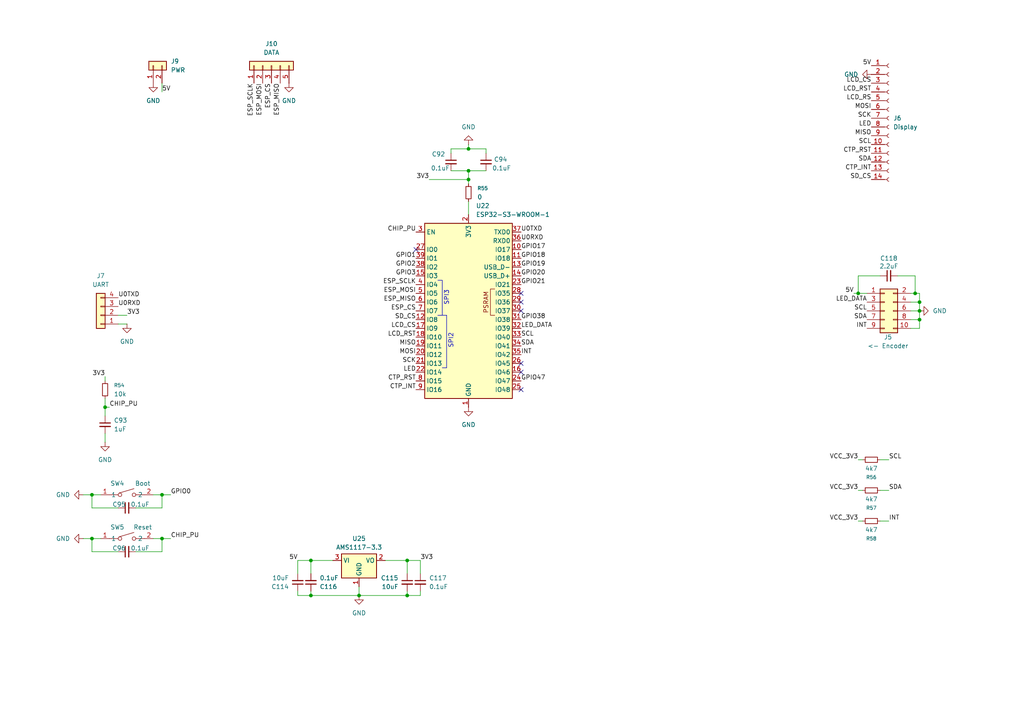
<source format=kicad_sch>
(kicad_sch (version 20250114) (generator "eeschema") (generator_version "9.0")
  (paper "A4")
  (lib_symbols
    (symbol "Connector:Conn_01x14_Socket" (pin_names (offset 1.016) (hide yes))
      (property "Reference" "J" (at 0 17.78 0))
      (property "Value" "Conn_01x14_Socket" (at 0 -20.32 0))
      (symbol "Conn_01x14_Socket_1_1"
        (polyline (pts (xy -1.27 15.24) (xy -0.508 15.24)) (stroke (width 0.1524)))
        (polyline (pts (xy -1.27 12.7) (xy -0.508 12.7)) (stroke (width 0.1524)))
        (polyline (pts (xy -1.27 10.16) (xy -0.508 10.16)) (stroke (width 0.1524)))
        (polyline (pts (xy -1.27 7.62) (xy -0.508 7.62)) (stroke (width 0.1524)))
        (polyline (pts (xy -1.27 5.08) (xy -0.508 5.08)) (stroke (width 0.1524)))
        (polyline (pts (xy -1.27 2.54) (xy -0.508 2.54)) (stroke (width 0.1524)))
        (polyline (pts (xy -1.27 0) (xy -0.508 0)) (stroke (width 0.1524)))
        (polyline (pts (xy -1.27 -2.54) (xy -0.508 -2.54)) (stroke (width 0.1524)))
        (polyline (pts (xy -1.27 -5.08) (xy -0.508 -5.08)) (stroke (width 0.1524)))
        (polyline (pts (xy -1.27 -7.62) (xy -0.508 -7.62)) (stroke (width 0.1524)))
        (polyline (pts (xy -1.27 -10.16) (xy -0.508 -10.16)) (stroke (width 0.1524)))
        (polyline (pts (xy -1.27 -12.7) (xy -0.508 -12.7)) (stroke (width 0.1524)))
        (polyline (pts (xy -1.27 -15.24) (xy -0.508 -15.24)) (stroke (width 0.1524)))
        (polyline (pts (xy -1.27 -17.78) (xy -0.508 -17.78)) (stroke (width 0.1524)))
        (arc (start 0 14.732) (mid -0.5058 15.24) (end 0 15.748) (stroke (width 0.1524)))
        (arc (start 0 12.192) (mid -0.5058 12.7) (end 0 13.208) (stroke (width 0.1524)))
        (arc (start 0 9.652) (mid -0.5058 10.16) (end 0 10.668) (stroke (width 0.1524)))
        (arc (start 0 7.112) (mid -0.5058 7.62) (end 0 8.128) (stroke (width 0.1524)))
        (arc (start 0 4.572) (mid -0.5058 5.08) (end 0 5.588) (stroke (width 0.1524)))
        (arc (start 0 2.032) (mid -0.5058 2.54) (end 0 3.048) (stroke (width 0.1524)))
        (arc (start 0 -0.508) (mid -0.5058 0) (end 0 0.508) (stroke (width 0.1524)))
        (arc (start 0 -3.048) (mid -0.5058 -2.54) (end 0 -2.032) (stroke (width 0.1524)))
        (arc (start 0 -5.588) (mid -0.5058 -5.08) (end 0 -4.572) (stroke (width 0.1524)))
        (arc (start 0 -8.128) (mid -0.5058 -7.62) (end 0 -7.112) (stroke (width 0.1524)))
        (arc (start 0 -10.668) (mid -0.5058 -10.16) (end 0 -9.652) (stroke (width 0.1524)))
        (arc (start 0 -13.208) (mid -0.5058 -12.7) (end 0 -12.192) (stroke (width 0.1524)))
        (arc (start 0 -15.748) (mid -0.5058 -15.24) (end 0 -14.732) (stroke (width 0.1524)))
        (arc (start 0 -18.288) (mid -0.5058 -17.78) (end 0 -17.272) (stroke (width 0.1524)))
        (pin passive line (at -5.08 15.24 0) (length 3.81) (name "Pin_1") (number "1"))
        (pin passive line (at -5.08 12.7 0) (length 3.81) (name "Pin_2") (number "2"))
        (pin passive line (at -5.08 10.16 0) (length 3.81) (name "Pin_3") (number "3"))
        (pin passive line (at -5.08 7.62 0) (length 3.81) (name "Pin_4") (number "4"))
        (pin passive line (at -5.08 5.08 0) (length 3.81) (name "Pin_5") (number "5"))
        (pin passive line (at -5.08 2.54 0) (length 3.81) (name "Pin_6") (number "6"))
        (pin passive line (at -5.08 0 0) (length 3.81) (name "Pin_7") (number "7"))
        (pin passive line (at -5.08 -2.54 0) (length 3.81) (name "Pin_8") (number "8"))
        (pin passive line (at -5.08 -5.08 0) (length 3.81) (name "Pin_9") (number "9"))
        (pin passive line (at -5.08 -7.62 0) (length 3.81) (name "Pin_10") (number "10"))
        (pin passive line (at -5.08 -10.16 0) (length 3.81) (name "Pin_11") (number "11"))
        (pin passive line (at -5.08 -12.7 0) (length 3.81) (name "Pin_12") (number "12"))
        (pin passive line (at -5.08 -15.24 0) (length 3.81) (name "Pin_13") (number "13"))
        (pin passive line (at -5.08 -17.78 0) (length 3.81) (name "Pin_14") (number "14"))
      )
    )
    (symbol "Connector_Generic:Conn_01x02" (pin_names (offset 1.016) (hide yes))
      (property "Reference" "J" (at 0 2.54 0))
      (property "Value" "Conn_01x02" (at 0 -5.08 0))
      (symbol "Conn_01x02_1_1"
        (rectangle (start -1.27 1.27) (end 1.27 -3.81) (stroke (width 0.254)) (fill (type background)))
        (rectangle (start -1.27 0.127) (end 0 -0.127) (stroke (width 0.1524)))
        (rectangle (start -1.27 -2.413) (end 0 -2.667) (stroke (width 0.1524)))
        (pin passive line (at -5.08 0 0) (length 3.81) (name "Pin_1") (number "1"))
        (pin passive line (at -5.08 -2.54 0) (length 3.81) (name "Pin_2") (number "2"))
      )
    )
    (symbol "Connector_Generic:Conn_01x04" (pin_names (offset 1.016) (hide yes))
      (property "Reference" "J" (at 0 5.08 0))
      (property "Value" "Conn_01x04" (at 0 -7.62 0))
      (symbol "Conn_01x04_1_1"
        (rectangle (start -1.27 3.81) (end 1.27 -6.35) (stroke (width 0.254)) (fill (type background)))
        (rectangle (start -1.27 2.667) (end 0 2.413) (stroke (width 0.1524)))
        (rectangle (start -1.27 0.127) (end 0 -0.127) (stroke (width 0.1524)))
        (rectangle (start -1.27 -2.413) (end 0 -2.667) (stroke (width 0.1524)))
        (rectangle (start -1.27 -4.953) (end 0 -5.207) (stroke (width 0.1524)))
        (pin passive line (at -5.08 2.54 0) (length 3.81) (name "Pin_1") (number "1"))
        (pin passive line (at -5.08 0 0) (length 3.81) (name "Pin_2") (number "2"))
        (pin passive line (at -5.08 -2.54 0) (length 3.81) (name "Pin_3") (number "3"))
        (pin passive line (at -5.08 -5.08 0) (length 3.81) (name "Pin_4") (number "4"))
      )
    )
    (symbol "Connector_Generic:Conn_01x05" (pin_names (offset 1.016) (hide yes))
      (property "Reference" "J" (at 0 7.62 0))
      (property "Value" "Conn_01x05" (at 0 -7.62 0))
      (symbol "Conn_01x05_1_1"
        (rectangle (start -1.27 6.35) (end 1.27 -6.35) (stroke (width 0.254)) (fill (type background)))
        (rectangle (start -1.27 5.207) (end 0 4.953) (stroke (width 0.1524)))
        (rectangle (start -1.27 2.667) (end 0 2.413) (stroke (width 0.1524)))
        (rectangle (start -1.27 0.127) (end 0 -0.127) (stroke (width 0.1524)))
        (rectangle (start -1.27 -2.413) (end 0 -2.667) (stroke (width 0.1524)))
        (rectangle (start -1.27 -4.953) (end 0 -5.207) (stroke (width 0.1524)))
        (pin passive line (at -5.08 5.08 0) (length 3.81) (name "Pin_1") (number "1"))
        (pin passive line (at -5.08 2.54 0) (length 3.81) (name "Pin_2") (number "2"))
        (pin passive line (at -5.08 0 0) (length 3.81) (name "Pin_3") (number "3"))
        (pin passive line (at -5.08 -2.54 0) (length 3.81) (name "Pin_4") (number "4"))
        (pin passive line (at -5.08 -5.08 0) (length 3.81) (name "Pin_5") (number "5"))
      )
    )
    (symbol "Connector_Generic:Conn_02x05_Odd_Even" (pin_names (offset 1.016) (hide yes))
      (property "Reference" "J" (at 1.27 7.62 0))
      (property "Value" "Conn_02x05_Odd_Even" (at 1.27 -7.62 0))
      (symbol "Conn_02x05_Odd_Even_1_1"
        (rectangle (start -1.27 6.35) (end 3.81 -6.35) (stroke (width 0.254)) (fill (type background)))
        (rectangle (start -1.27 5.207) (end 0 4.953) (stroke (width 0.1524)))
        (rectangle (start -1.27 2.667) (end 0 2.413) (stroke (width 0.1524)))
        (rectangle (start -1.27 0.127) (end 0 -0.127) (stroke (width 0.1524)))
        (rectangle (start -1.27 -2.413) (end 0 -2.667) (stroke (width 0.1524)))
        (rectangle (start -1.27 -4.953) (end 0 -5.207) (stroke (width 0.1524)))
        (rectangle (start 3.81 5.207) (end 2.54 4.953) (stroke (width 0.1524)))
        (rectangle (start 3.81 2.667) (end 2.54 2.413) (stroke (width 0.1524)))
        (rectangle (start 3.81 0.127) (end 2.54 -0.127) (stroke (width 0.1524)))
        (rectangle (start 3.81 -2.413) (end 2.54 -2.667) (stroke (width 0.1524)))
        (rectangle (start 3.81 -4.953) (end 2.54 -5.207) (stroke (width 0.1524)))
        (pin passive line (at -5.08 5.08 0) (length 3.81) (name "Pin_1") (number "1"))
        (pin passive line (at -5.08 2.54 0) (length 3.81) (name "Pin_3") (number "3"))
        (pin passive line (at -5.08 0 0) (length 3.81) (name "Pin_5") (number "5"))
        (pin passive line (at -5.08 -2.54 0) (length 3.81) (name "Pin_7") (number "7"))
        (pin passive line (at -5.08 -5.08 0) (length 3.81) (name "Pin_9") (number "9"))
        (pin passive line (at 7.62 5.08 180) (length 3.81) (name "Pin_2") (number "2"))
        (pin passive line (at 7.62 2.54 180) (length 3.81) (name "Pin_4") (number "4"))
        (pin passive line (at 7.62 0 180) (length 3.81) (name "Pin_6") (number "6"))
        (pin passive line (at 7.62 -2.54 180) (length 3.81) (name "Pin_8") (number "8"))
        (pin passive line (at 7.62 -5.08 180) (length 3.81) (name "Pin_10") (number "10"))
      )
    )
    (symbol "Device:C_Small" (pin_numbers (hide yes)) (pin_names (offset 0.254) (hide yes))
      (property "Reference" "C" (at 0.254 1.778 0))
      (property "Value" "C_Small" (at 0.254 -2.032 0))
      (symbol "C_Small_0_1"
        (polyline (pts (xy -1.524 0.508) (xy 1.524 0.508)) (stroke (width 0.3048)))
        (polyline (pts (xy -1.524 -0.508) (xy 1.524 -0.508)) (stroke (width 0.3302)))
      )
      (symbol "C_Small_1_1"
        (pin passive line (at 0 2.54 270) (length 2.032) (name "~") (number "1"))
        (pin passive line (at 0 -2.54 90) (length 2.032) (name "~") (number "2"))
      )
    )
    (symbol "Device:R_Small" (pin_numbers (hide yes)) (pin_names (offset 0.254) (hide yes))
      (property "Reference" "R" (at 0 0 90))
      (property "Value" "R_Small" (at 1.778 0 90))
      (symbol "R_Small_0_1"
        (rectangle (start -0.762 1.778) (end 0.762 -1.778) (stroke (width 0.2032)))
      )
      (symbol "R_Small_1_1"
        (pin passive line (at 0 2.54 270) (length 0.762) (name "~") (number "1"))
        (pin passive line (at 0 -2.54 90) (length 0.762) (name "~") (number "2"))
      )
    )
    (symbol "RF_Module:ESP32-S3-WROOM-1"
      (property "Reference" "U" (at -12.7 26.67 0))
      (property "Value" "ESP32-S3-WROOM-1" (at 12.7 26.67 0))
      (symbol "ESP32-S3-WROOM-1_0_0"
        (rectangle (start -12.7 25.4) (end 12.7 -25.4) (stroke (width 0.254)) (fill (type background)))
        (text "PSRAM" (at 5.08 2.54 900) (effects (font (size 1.27 1.27))))
      )
      (symbol "ESP32-S3-WROOM-1_0_1"
        (polyline (pts (xy 7.62 -1.27) (xy 6.35 -1.27) (xy 6.35 6.35) (xy 7.62 6.35)))
      )
      (symbol "ESP32-S3-WROOM-1_1_1"
        (pin input line (at -15.24 22.86 0) (length 2.54) (name "EN") (number "3"))
        (pin bidirectional line (at -15.24 17.78 0) (length 2.54) (name "IO0") (number "27"))
        (pin bidirectional line (at -15.24 15.24 0) (length 2.54) (name "IO1") (number "39"))
        (pin bidirectional line (at -15.24 12.7 0) (length 2.54) (name "IO2") (number "38"))
        (pin bidirectional line (at -15.24 10.16 0) (length 2.54) (name "IO3") (number "15"))
        (pin bidirectional line (at -15.24 7.62 0) (length 2.54) (name "IO4") (number "4"))
        (pin bidirectional line (at -15.24 5.08 0) (length 2.54) (name "IO5") (number "5"))
        (pin bidirectional line (at -15.24 2.54 0) (length 2.54) (name "IO6") (number "6"))
        (pin bidirectional line (at -15.24 0 0) (length 2.54) (name "IO7") (number "7"))
        (pin bidirectional line (at -15.24 -2.54 0) (length 2.54) (name "IO8") (number "12"))
        (pin bidirectional line (at -15.24 -5.08 0) (length 2.54) (name "IO9") (number "17"))
        (pin bidirectional line (at -15.24 -7.62 0) (length 2.54) (name "IO10") (number "18"))
        (pin bidirectional line (at -15.24 -10.16 0) (length 2.54) (name "IO11") (number "19"))
        (pin bidirectional line (at -15.24 -12.7 0) (length 2.54) (name "IO12") (number "20"))
        (pin bidirectional line (at -15.24 -15.24 0) (length 2.54) (name "IO13") (number "21"))
        (pin bidirectional line (at -15.24 -17.78 0) (length 2.54) (name "IO14") (number "22"))
        (pin bidirectional line (at -15.24 -20.32 0) (length 2.54) (name "IO15") (number "8"))
        (pin bidirectional line (at -15.24 -22.86 0) (length 2.54) (name "IO16") (number "9"))
        (pin power_in line (at 0 27.94 270) (length 2.54) (name "3V3") (number "2"))
        (pin power_in line (at 0 -27.94 90) (length 2.54) (name "GND") (number "1"))
        (pin passive line (at 0 -27.94 90) (length 2.54) (hide yes) (name "GND") (number "40"))
        (pin passive line (at 0 -27.94 90) (length 2.54) (hide yes) (name "GND") (number "41"))
        (pin bidirectional line (at 15.24 22.86 180) (length 2.54) (name "TXD0") (number "37"))
        (pin bidirectional line (at 15.24 20.32 180) (length 2.54) (name "RXD0") (number "36"))
        (pin bidirectional line (at 15.24 17.78 180) (length 2.54) (name "IO17") (number "10"))
        (pin bidirectional line (at 15.24 15.24 180) (length 2.54) (name "IO18") (number "11"))
        (pin bidirectional line (at 15.24 12.7 180) (length 2.54) (name "USB_D-") (number "13"))
        (pin bidirectional line (at 15.24 10.16 180) (length 2.54) (name "USB_D+") (number "14"))
        (pin bidirectional line (at 15.24 7.62 180) (length 2.54) (name "IO21") (number "23"))
        (pin bidirectional line (at 15.24 5.08 180) (length 2.54) (name "IO35") (number "28"))
        (pin bidirectional line (at 15.24 2.54 180) (length 2.54) (name "IO36") (number "29"))
        (pin bidirectional line (at 15.24 0 180) (length 2.54) (name "IO37") (number "30"))
        (pin bidirectional line (at 15.24 -2.54 180) (length 2.54) (name "IO38") (number "31"))
        (pin bidirectional line (at 15.24 -5.08 180) (length 2.54) (name "IO39") (number "32"))
        (pin bidirectional line (at 15.24 -7.62 180) (length 2.54) (name "IO40") (number "33"))
        (pin bidirectional line (at 15.24 -10.16 180) (length 2.54) (name "IO41") (number "34"))
        (pin bidirectional line (at 15.24 -12.7 180) (length 2.54) (name "IO42") (number "35"))
        (pin bidirectional line (at 15.24 -15.24 180) (length 2.54) (name "IO45") (number "26"))
        (pin bidirectional line (at 15.24 -17.78 180) (length 2.54) (name "IO46") (number "16"))
        (pin bidirectional line (at 15.24 -20.32 180) (length 2.54) (name "IO47") (number "24"))
        (pin bidirectional line (at 15.24 -22.86 180) (length 2.54) (name "IO48") (number "25"))
      )
    )
    (symbol "Regulator_Linear:AMS1117-3.3"
      (property "Reference" "U" (at -3.81 3.175 0))
      (property "Value" "AMS1117-3.3" (at 0 3.175 0))
      (symbol "AMS1117-3.3_0_1"
        (rectangle (start -5.08 -5.08) (end 5.08 1.905) (stroke (width 0.254)) (fill (type background)))
      )
      (symbol "AMS1117-3.3_1_1"
        (pin power_in line (at -7.62 0 0) (length 2.54) (name "VI") (number "3"))
        (pin power_in line (at 0 -7.62 90) (length 2.54) (name "GND") (number "1"))
        (pin power_out line (at 7.62 0 180) (length 2.54) (name "VO") (number "2"))
      )
    )
    (symbol "easyeda2kicad:TS-1088-AR02016"
      (property "Reference" "SW" (at 0 5.08 0))
      (property "Value" "TS-1088-AR02016" (at 0 -5.08 0))
      (symbol "TS-1088-AR02016_0_1"
        (polyline (pts (xy -5.08 0) (xy -2.54 0)))
        (polyline (pts (xy -2.29 0.51) (xy 2.03 1.78)))
        (circle (center -2.03 0) (radius 0.51))
        (circle (center 2.03 0) (radius 0.51))
        (polyline (pts (xy 5.08 0) (xy 2.54 0)))
        (pin unspecified line (at -7.62 0 0) (length 2.54) (name "1") (number "1"))
        (pin unspecified line (at 7.62 0 180) (length 2.54) (name "2") (number "2"))
      )
    )
    (symbol "power:GND" (power) (pin_numbers (hide yes)) (pin_names (offset 0) (hide yes))
      (property "Value" "GND" (at 0 -3.81 0))
      (symbol "GND_0_1"
        (polyline (pts (xy 0 0) (xy 0 -1.27) (xy 1.27 -1.27) (xy 0 -2.54) (xy -1.27 -1.27) (xy 0 -1.27)))
      )
      (symbol "GND_1_1"
        (pin power_in line (at 0 0 270) (length 0) (name "~") (number "1"))
      )
    )
  )
  (text "SPI2" (at 130.81 98.806 90) (effects (font (size 1.27 1.27))))
  (text "SPI3" (at 129.54 86.36 90) (effects (font (size 1.27 1.27))))
  (junction (at 266.7 92.71))
  (junction (at 46.99 156.21))
  (junction (at 135.89 49.53))
  (junction (at 26.67 143.51))
  (junction (at 135.89 43.18))
  (junction (at 118.11 162.56))
  (junction (at 265.43 85.09))
  (junction (at 104.14 172.72))
  (junction (at 118.11 172.72))
  (junction (at 26.67 156.21))
  (junction (at 266.7 90.17))
  (junction (at 46.99 143.51))
  (junction (at 90.17 162.56))
  (junction (at 30.48 118.11))
  (junction (at 266.7 87.63))
  (junction (at 248.92 85.09))
  (junction (at 90.17 172.72))
  (junction (at 135.89 52.07))
  (no_connect (at 151.13 85.09))
  (no_connect (at 151.13 113.03))
  (no_connect (at 151.13 87.63))
  (no_connect (at 151.13 90.17))
  (no_connect (at 151.13 105.41))
  (no_connect (at 120.65 72.39))
  (no_connect (at 151.13 107.95))
  (wire (pts (xy 90.17 162.56) (xy 96.52 162.56)))
  (wire (pts (xy 39.37 147.32) (xy 46.99 147.32)))
  (wire (pts (xy 26.67 156.21) (xy 29.21 156.21)))
  (wire (pts (xy 248.92 80.01) (xy 255.27 80.01)))
  (wire (pts (xy 248.92 142.24) (xy 250.19 142.24)))
  (wire (pts (xy 46.99 156.21) (xy 44.45 156.21)))
  (wire (pts (xy 255.27 133.35) (xy 257.81 133.35)))
  (wire (pts (xy 248.92 85.09) (xy 251.46 85.09)))
  (wire (pts (xy 130.81 43.18) (xy 135.89 43.18)))
  (wire (pts (xy 135.89 58.42) (xy 135.89 62.23)))
  (wire (pts (xy 266.7 95.25) (xy 264.16 95.25)))
  (wire (pts (xy 255.27 151.13) (xy 257.81 151.13)))
  (wire (pts (xy 248.92 151.13) (xy 250.19 151.13)))
  (wire (pts (xy 46.99 160.02) (xy 46.99 156.21)))
  (polyline (pts (xy 129.54 91.44) (xy 127 91.44)))
  (wire (pts (xy 34.29 160.02) (xy 26.67 160.02)))
  (wire (pts (xy 30.48 118.11) (xy 30.48 115.57)))
  (wire (pts (xy 130.81 49.53) (xy 135.89 49.53)))
  (wire (pts (xy 135.89 43.18) (xy 135.89 41.91)))
  (wire (pts (xy 30.48 125.73) (xy 30.48 128.27)))
  (wire (pts (xy 266.7 90.17) (xy 264.16 90.17)))
  (wire (pts (xy 111.76 162.56) (xy 118.11 162.56)))
  (wire (pts (xy 118.11 172.72) (xy 121.92 172.72)))
  (wire (pts (xy 26.67 160.02) (xy 26.67 156.21)))
  (wire (pts (xy 266.7 92.71) (xy 266.7 90.17)))
  (wire (pts (xy 24.13 156.21) (xy 26.67 156.21)))
  (wire (pts (xy 86.36 162.56) (xy 90.17 162.56)))
  (wire (pts (xy 265.43 85.09) (xy 265.43 80.01)))
  (wire (pts (xy 265.43 80.01) (xy 260.35 80.01)))
  (wire (pts (xy 86.36 172.72) (xy 86.36 171.45)))
  (wire (pts (xy 135.89 43.18) (xy 140.97 43.18)))
  (wire (pts (xy 264.16 87.63) (xy 266.7 87.63)))
  (wire (pts (xy 248.92 85.09) (xy 248.92 80.01)))
  (wire (pts (xy 264.16 92.71) (xy 266.7 92.71)))
  (wire (pts (xy 265.43 85.09) (xy 266.7 85.09)))
  (wire (pts (xy 118.11 171.45) (xy 118.11 172.72)))
  (polyline (pts (xy 128.27 106.68) (xy 129.54 106.68)))
  (wire (pts (xy 46.99 147.32) (xy 46.99 143.51)))
  (wire (pts (xy 255.27 142.24) (xy 257.81 142.24)))
  (wire (pts (xy 90.17 172.72) (xy 104.14 172.72)))
  (wire (pts (xy 46.99 143.51) (xy 44.45 143.51)))
  (wire (pts (xy 118.11 166.37) (xy 118.11 162.56)))
  (wire (pts (xy 266.7 92.71) (xy 266.7 95.25)))
  (wire (pts (xy 121.92 172.72) (xy 121.92 171.45)))
  (wire (pts (xy 247.65 85.09) (xy 248.92 85.09)))
  (wire (pts (xy 135.89 49.53) (xy 140.97 49.53)))
  (wire (pts (xy 104.14 172.72) (xy 104.14 170.18)))
  (wire (pts (xy 30.48 109.22) (xy 30.48 110.49)))
  (wire (pts (xy 135.89 52.07) (xy 135.89 53.34)))
  (wire (pts (xy 266.7 85.09) (xy 266.7 87.63)))
  (wire (pts (xy 90.17 172.72) (xy 90.17 171.45)))
  (polyline (pts (xy 127 91.44) (xy 128.27 91.44)))
  (wire (pts (xy 135.89 49.53) (xy 135.89 52.07)))
  (wire (pts (xy 130.81 43.18) (xy 130.81 44.45)))
  (wire (pts (xy 90.17 166.37) (xy 90.17 162.56)))
  (wire (pts (xy 34.29 147.32) (xy 26.67 147.32)))
  (wire (pts (xy 124.46 52.07) (xy 135.89 52.07)))
  (wire (pts (xy 26.67 147.32) (xy 26.67 143.51)))
  (wire (pts (xy 118.11 162.56) (xy 121.92 162.56)))
  (wire (pts (xy 264.16 85.09) (xy 265.43 85.09)))
  (wire (pts (xy 46.99 26.67) (xy 46.99 24.13)))
  (wire (pts (xy 121.92 162.56) (xy 121.92 166.37)))
  (wire (pts (xy 34.29 91.44) (xy 36.83 91.44)))
  (polyline (pts (xy 129.54 106.68) (xy 129.54 91.44)))
  (polyline (pts (xy 127 81.28) (xy 128.27 81.28)))
  (wire (pts (xy 248.92 133.35) (xy 250.19 133.35)))
  (wire (pts (xy 49.53 143.51) (xy 46.99 143.51)))
  (wire (pts (xy 104.14 172.72) (xy 118.11 172.72)))
  (wire (pts (xy 30.48 118.11) (xy 30.48 120.65)))
  (wire (pts (xy 49.53 156.21) (xy 46.99 156.21)))
  (wire (pts (xy 39.37 160.02) (xy 46.99 160.02)))
  (wire (pts (xy 26.67 143.51) (xy 29.21 143.51)))
  (wire (pts (xy 266.7 90.17) (xy 266.7 87.63)))
  (wire (pts (xy 86.36 172.72) (xy 90.17 172.72)))
  (wire (pts (xy 31.75 118.11) (xy 30.48 118.11)))
  (wire (pts (xy 86.36 166.37) (xy 86.36 162.56)))
  (wire (pts (xy 140.97 43.18) (xy 140.97 44.45)))
  (wire (pts (xy 34.29 93.98) (xy 36.83 93.98)))
  (polyline (pts (xy 128.27 91.44) (xy 128.27 81.28)))
  (wire (pts (xy 24.13 143.51) (xy 26.67 143.51)))
  (label "SCK" (at 252.73 34.29 180))
  (label "5V" (at 252.73 19.05 180))
  (label "SDA" (at 151.13 100.33 0))
  (label "VCC_3V3" (at 248.92 142.24 180))
  (label "GPIO0" (at 49.53 143.51 0))
  (label "CHIP_PU" (at 31.75 118.11 0))
  (label "VCC_3V3" (at 248.92 151.13 180))
  (label "GPIO3" (at 120.65 80.01 180))
  (label "GPIO47" (at 151.13 110.49 0))
  (label "SD_CS" (at 252.73 52.07 180))
  (label "GPIO2" (at 120.65 77.47 180))
  (label "CHIP_PU" (at 49.53 156.21 0))
  (label "LCD_RST" (at 120.65 97.79 180))
  (label "MOSI" (at 252.73 31.75 180))
  (label "SD_CS" (at 120.65 92.71 180))
  (label "CTP_RST" (at 252.73 44.45 180))
  (label "LED_DATA" (at 151.13 95.25 0))
  (label "ESP_MISO" (at 120.65 87.63 180))
  (label "ESP_CS" (at 120.65 90.17 180))
  (label "U0TXD" (at 151.13 67.31 0))
  (label "ESP_CS" (at 78.74 24.13 270))
  (label "INT" (at 251.46 95.25 180))
  (label "ESP_SCLK" (at 120.65 82.55 180))
  (label "5V" (at 46.99 26.67 0))
  (label "3V3" (at 124.46 52.07 180))
  (label "CTP_INT" (at 252.73 49.53 180))
  (label "5V" (at 247.65 85.09 180))
  (label "LCD_CS" (at 252.73 24.13 180))
  (label "LCD_RS" (at 252.73 29.21 180))
  (label "MOSI" (at 120.65 102.87 180))
  (label "SCL" (at 151.13 97.79 0))
  (label "INT" (at 257.81 151.13 0))
  (label "LED_DATA" (at 251.46 87.63 180))
  (label "VCC_3V3" (at 248.92 133.35 180))
  (label "SCL" (at 257.81 133.35 0))
  (label "ESP_MOSI" (at 120.65 85.09 180))
  (label "U0RXD" (at 151.13 69.85 0))
  (label "GPIO1" (at 120.65 74.93 180))
  (label "GPIO17" (at 151.13 72.39 0))
  (label "3V3" (at 30.48 109.22 180))
  (label "LCD_RST" (at 252.73 26.67 180))
  (label "LCD_CS" (at 120.65 95.25 180))
  (label "SDA" (at 257.81 142.24 0))
  (label "GPIO20" (at 151.13 80.01 0))
  (label "SCL" (at 251.46 90.17 180))
  (label "ESP_MOSI" (at 76.2 24.13 270))
  (label "3V3" (at 121.92 162.56 0))
  (label "SCK" (at 120.65 105.41 180))
  (label "5V" (at 86.36 162.56 180))
  (label "U0RXD" (at 34.29 88.9 0))
  (label "U0TXD" (at 34.29 86.36 0))
  (label "LED" (at 252.73 36.83 180))
  (label "GPIO38" (at 151.13 92.71 0))
  (label "INT" (at 151.13 102.87 0))
  (label "CHIP_PU" (at 120.65 67.31 180))
  (label "ESP_SCLK" (at 73.66 24.13 270))
  (label "SCL" (at 252.73 41.91 180))
  (label "GPIO18" (at 151.13 74.93 0))
  (label "CTP_RST" (at 120.65 110.49 180))
  (label "SDA" (at 251.46 92.71 180))
  (label "GPIO19" (at 151.13 77.47 0))
  (label "LED" (at 120.65 107.95 180))
  (label "ESP_MISO" (at 81.28 24.13 270))
  (label "GPIO21" (at 151.13 82.55 0))
  (label "MISO" (at 120.65 100.33 180))
  (label "CTP_INT" (at 120.65 113.03 180))
  (label "MISO" (at 252.73 39.37 180))
  (label "3V3" (at 36.83 91.44 0))
  (label "SDA" (at 252.73 46.99 180))
  (symbol (lib_id "Device:C_Small") (at 86.36 168.91 180) (unit 1)
    (property "Reference" "C114" (at 83.82 170.1738 0) (effects (justify left)))
    (property "Value" "10uF" (at 83.82 167.6338 0) (effects (justify left)))
    (property "Description" "Unpolarized capacitor, small symbol" (effects (hide yes)))
  )
  (symbol (lib_id "Device:C_Small") (at 30.48 123.19 0) (unit 1)
    (property "Reference" "C93" (at 33.02 121.9262 0) (effects (justify left)))
    (property "Value" "1uF" (at 33.02 124.4662 0) (effects (justify left)))
    (property "Description" "Unpolarized capacitor, small symbol" (effects (hide yes)))
  )
  (symbol (lib_id "power:GND") (at 24.13 156.21 270) (unit 1)
    (property "Reference" "#PWR0126" (effects (hide yes)))
    (property "Value" "GND" (at 20.32 156.2099 90) (effects (justify right)))
    (property "Description" "Power symbol creates a global label with name \"GND\" , ground" (effects (hide yes)))
  )
  (symbol (lib_id "Connector:Conn_01x14_Socket") (at 257.81 34.29 0) (unit 1)
    (property "Reference" "J6" (at 259.08 34.2899 0) (effects (justify left)))
    (property "Value" "Display" (at 259.08 36.8299 0) (effects (justify left)))
    (property "Footprint" "Connector_PinHeader_2.54mm:PinHeader_1x14_P2.54mm_Vertical" (effects (hide yes)))
    (property "Description" "Generic connector, single row, 01x14, script generated" (effects (hide yes)))
  )
  (symbol (lib_id "Device:R_Small") (at 30.48 113.03 0) (unit 1)
    (property "Reference" "R54" (at 33.02 111.7599 0) (effects (font (size 1.016 1.016)) (justify left)))
    (property "Value" "10k" (at 33.02 114.2999 0) (effects (justify left)))
    (property "Description" "Resistor, small symbol" (effects (hide yes)))
  )
  (symbol (lib_id "Device:C_Small") (at 121.92 168.91 0) (unit 1)
    (property "Reference" "C117" (at 124.46 167.6462 0) (effects (justify left)))
    (property "Value" "0.1uF" (at 124.46 170.1862 0) (effects (justify left)))
    (property "Description" "Unpolarized capacitor, small symbol" (effects (hide yes)))
  )
  (symbol (lib_id "Device:C_Small") (at 140.97 46.99 0) (unit 1)
    (property "Reference" "C94" (at 143.256 46.228 0) (effects (justify left)))
    (property "Value" "0.1uF" (at 142.748 48.768 0) (effects (justify left)))
    (property "Description" "Unpolarized capacitor, small symbol" (effects (hide yes)))
  )
  (symbol (lib_id "easyeda2kicad:TS-1088-AR02016") (at 36.83 143.51 0) (unit 1)
    (property "Reference" "SW4" (at 34.036 140.208 0))
    (property "Value" "Boot" (at 41.402 140.208 0))
    (property "Footprint" "easyeda2kicad:SW-SMD_L3.9-W3.0-P4.45" (effects (hide yes)))
    (property "Datasheet" "https://lcsc.com/product-detail/Tactile-Switches_XUNPU-TS-1088-AR02016_C720477.html" (effects (hide yes)))
    (property "LCSC Part" "C720477" (effects (hide yes)))
  )
  (symbol (lib_id "power:GND") (at 83.82 24.13 0) (unit 1)
    (property "Reference" "#PWR0132" (effects (hide yes)))
    (property "Value" "GND" (at 83.82 29.21 0))
    (property "Description" "Power symbol creates a global label with name \"GND\" , ground" (effects (hide yes)))
  )
  (symbol (lib_id "Regulator_Linear:AMS1117-3.3") (at 104.14 162.56 0) (unit 1)
    (property "Reference" "U25" (at 104.14 156.21 0))
    (property "Value" "AMS1117-3.3" (at 104.14 158.75 0))
    (property "Footprint" "Package_TO_SOT_SMD:SOT-223-3_TabPin2" (effects (hide yes)))
    (property "Datasheet" "http://www.advanced-monolithic.com/pdf/ds1117.pdf" (effects (hide yes)))
    (property "Description" "1A Low Dropout regulator, positive, 3.3V fixed output, SOT-223" (effects (hide yes)))
  )
  (symbol (lib_id "Connector_Generic:Conn_01x05") (at 78.74 19.05 90) (unit 1)
    (property "Reference" "J10" (at 78.74 12.7 90))
    (property "Value" "DATA" (at 78.74 15.24 90))
    (property "Description" "Generic connector, single row, 01x05, script generated (kicad-library-utils/schlib/autogen/connector/)" (effects (hide yes)))
  )
  (symbol (lib_id "power:GND") (at 36.83 93.98 0) (unit 1)
    (property "Reference" "#PWR0114" (effects (hide yes)))
    (property "Value" "GND" (at 36.83 99.06 0))
    (property "Description" "Power symbol creates a global label with name \"GND\" , ground" (effects (hide yes)))
  )
  (symbol (lib_id "Connector_Generic:Conn_01x04") (at 29.21 91.44 180) (unit 1)
    (property "Reference" "J7" (at 29.21 80.01 0))
    (property "Value" "UART" (at 29.21 82.55 0))
    (property "Description" "Generic connector, single row, 01x04, script generated (kicad-library-utils/schlib/autogen/connector/)" (effects (hide yes)))
  )
  (symbol (lib_id "Device:C_Small") (at 36.83 160.02 90) (unit 1)
    (property "Reference" "C96" (at 34.544 159.004 90))
    (property "Value" "0.1uF" (at 40.64 159.004 90))
    (property "Description" "Unpolarized capacitor, small symbol" (effects (hide yes)))
  )
  (symbol (lib_id "Device:C_Small") (at 118.11 168.91 0) (mirror y) (unit 1)
    (property "Reference" "C115" (at 115.57 167.6462 0) (effects (justify left)))
    (property "Value" "10uF" (at 115.57 170.1862 0) (effects (justify left)))
    (property "Description" "Unpolarized capacitor, small symbol" (effects (hide yes)))
  )
  (symbol (lib_id "Device:R_Small") (at 135.89 55.88 0) (unit 1)
    (property "Reference" "R55" (at 138.43 54.6099 0) (effects (font (size 1.016 1.016)) (justify left)))
    (property "Value" "0" (at 138.43 57.1499 0) (effects (justify left)))
    (property "Description" "Resistor, small symbol" (effects (hide yes)))
  )
  (symbol (lib_id "Device:R_Small") (at 252.73 142.24 90) (mirror x) (unit 1)
    (property "Reference" "R57" (at 252.73 147.32 90) (effects (font (size 1.016 1.016))))
    (property "Value" "4k7" (at 252.73 144.78 90))
    (property "Description" "Resistor, small symbol" (effects (hide yes)))
  )
  (symbol (lib_id "easyeda2kicad:TS-1088-AR02016") (at 36.83 156.21 0) (unit 1)
    (property "Reference" "SW5" (at 34.036 152.908 0))
    (property "Value" "Reset" (at 41.402 152.908 0))
    (property "Footprint" "easyeda2kicad:SW-SMD_L3.9-W3.0-P4.45" (effects (hide yes)))
    (property "Datasheet" "https://lcsc.com/product-detail/Tactile-Switches_XUNPU-TS-1088-AR02016_C720477.html" (effects (hide yes)))
    (property "LCSC Part" "C720477" (effects (hide yes)))
  )
  (symbol (lib_id "power:GND") (at 135.89 118.11 0) (unit 1)
    (property "Reference" "#PWR0124" (effects (hide yes)))
    (property "Value" "GND" (at 135.89 123.19 0))
    (property "Description" "Power symbol creates a global label with name \"GND\" , ground" (effects (hide yes)))
  )
  (symbol (lib_id "Device:C_Small") (at 257.81 80.01 90) (unit 1)
    (property "Reference" "C118" (at 257.81 74.93 90))
    (property "Value" "2.2uF" (at 257.81 77.216 90))
    (property "Description" "Unpolarized capacitor, small symbol" (effects (hide yes)))
  )
  (symbol (lib_id "Device:R_Small") (at 252.73 151.13 90) (mirror x) (unit 1)
    (property "Reference" "R58" (at 252.73 156.21 90) (effects (font (size 1.016 1.016))))
    (property "Value" "4k7" (at 252.73 153.67 90))
    (property "Description" "Resistor, small symbol" (effects (hide yes)))
  )
  (symbol (lib_id "Device:R_Small") (at 252.73 133.35 90) (mirror x) (unit 1)
    (property "Reference" "R56" (at 252.73 138.43 90) (effects (font (size 1.016 1.016))))
    (property "Value" "4k7" (at 252.73 135.89 90))
    (property "Description" "Resistor, small symbol" (effects (hide yes)))
  )
  (symbol (lib_id "power:GND") (at 44.45 24.13 0) (unit 1)
    (property "Reference" "#PWR0130" (effects (hide yes)))
    (property "Value" "GND" (at 44.45 29.21 0))
    (property "Description" "Power symbol creates a global label with name \"GND\" , ground" (effects (hide yes)))
  )
  (symbol (lib_id "Connector_Generic:Conn_02x05_Odd_Even") (at 256.54 90.17 0) (unit 1)
    (property "Reference" "J5" (at 257.556 97.79 0))
    (property "Value" "<- Encoder" (at 257.556 100.33 0))
    (property "Footprint" "Connector_JST:JST_PHD_B10B-PHDSS_2x05_P2.00mm_Vertical" (effects (hide yes)))
    (property "Description" "Generic connector, double row, 02x05, odd/even pin numbering scheme (row 1 odd numbers, row 2 even numbers), script generated (kicad-library-utils/schlib/autogen/connector/)" (effects (hide yes)))
    (property "LCSC" "C471519" (effects (hide yes)))
  )
  (symbol (lib_id "Device:C_Small") (at 36.83 147.32 90) (unit 1)
    (property "Reference" "C95" (at 34.544 146.304 90))
    (property "Value" "0.1uF" (at 40.64 146.304 90))
    (property "Description" "Unpolarized capacitor, small symbol" (effects (hide yes)))
  )
  (symbol (lib_id "power:GND") (at 252.73 21.59 270) (unit 1)
    (property "Reference" "#PWR0131" (effects (hide yes)))
    (property "Value" "GND" (at 248.92 21.5899 90) (effects (justify right)))
    (property "Description" "Power symbol creates a global label with name \"GND\" , ground" (effects (hide yes)))
  )
  (symbol (lib_id "power:GND") (at 135.89 41.91 180) (unit 1)
    (property "Reference" "#PWR0118" (effects (hide yes)))
    (property "Value" "GND" (at 135.89 36.83 0))
    (property "Description" "Power symbol creates a global label with name \"GND\" , ground" (effects (hide yes)))
  )
  (symbol (lib_id "RF_Module:ESP32-S3-WROOM-1") (at 135.89 90.17 0) (unit 1)
    (property "Reference" "U22" (at 138.0333 59.69 0) (effects (justify left)))
    (property "Value" "ESP32-S3-WROOM-1" (at 138.0333 62.23 0) (effects (justify left)))
    (property "Footprint" "RF_Module:ESP32-S3-WROOM-1" (effects (hide yes)))
    (property "Datasheet" "https://www.espressif.com/sites/default/files/documentation/esp32-s3-wroom-1_wroom-1u_datasheet_en.pdf" (effects (hide yes)))
    (property "Description" "RF Module, ESP32-S3 SoC, Wi-Fi 802.11b/g/n, Bluetooth, BLE, 32-bit, 3.3V, onboard antenna, SMD" (effects (hide yes)))
  )
  (symbol (lib_id "power:GND") (at 266.7 90.17 90) (unit 1)
    (property "Reference" "#PWR0120" (effects (hide yes)))
    (property "Value" "GND" (at 270.51 90.1699 90) (effects (justify right)))
    (property "Description" "Power symbol creates a global label with name \"GND\" , ground" (effects (hide yes)))
  )
  (symbol (lib_id "power:GND") (at 24.13 143.51 270) (unit 1)
    (property "Reference" "#PWR0125" (effects (hide yes)))
    (property "Value" "GND" (at 20.32 143.5099 90) (effects (justify right)))
    (property "Description" "Power symbol creates a global label with name \"GND\" , ground" (effects (hide yes)))
  )
  (symbol (lib_id "power:GND") (at 104.14 172.72 0) (unit 1)
    (property "Reference" "#PWR0122" (effects (hide yes)))
    (property "Value" "GND" (at 104.14 177.8 0))
    (property "Description" "Power symbol creates a global label with name \"GND\" , ground" (effects (hide yes)))
  )
  (symbol (lib_id "Device:C_Small") (at 90.17 168.91 0) (mirror x) (unit 1)
    (property "Reference" "C116" (at 92.71 170.1738 0) (effects (justify left)))
    (property "Value" "0.1uF" (at 92.71 167.6338 0) (effects (justify left)))
    (property "Description" "Unpolarized capacitor, small symbol" (effects (hide yes)))
  )
  (symbol (lib_id "power:GND") (at 30.48 128.27 0) (unit 1)
    (property "Reference" "#PWR0115" (effects (hide yes)))
    (property "Value" "GND" (at 30.48 133.35 0))
    (property "Description" "Power symbol creates a global label with name \"GND\" , ground" (effects (hide yes)))
  )
  (symbol (lib_id "Device:C_Small") (at 130.81 46.99 0) (unit 1)
    (property "Reference" "C92" (at 125.222 44.704 0) (effects (justify left)))
    (property "Value" "0.1uF" (at 124.968 48.768 0) (effects (justify left)))
    (property "Description" "Unpolarized capacitor, small symbol" (effects (hide yes)))
  )
  (symbol (lib_id "Connector_Generic:Conn_01x02") (at 44.45 19.05 90) (unit 1)
    (property "Reference" "J9" (at 49.53 17.7799 90) (effects (justify right)))
    (property "Value" "PWR" (at 49.53 20.3199 90) (effects (justify right)))
    (property "Description" "Generic connector, single row, 01x02, script generated (kicad-library-utils/schlib/autogen/connector/)" (effects (hide yes)))
  )
)
</source>
